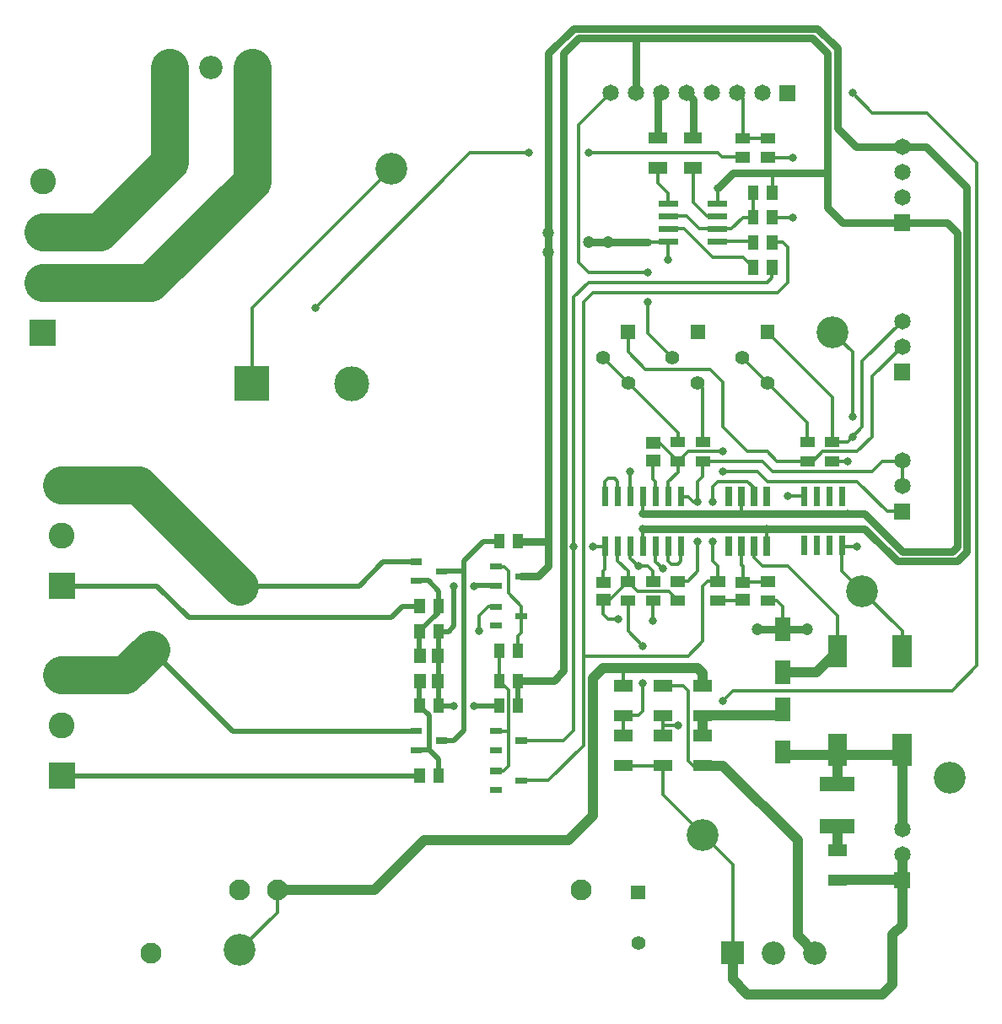
<source format=gbr>
G04 start of page 2 for group 0 idx 0 *
G04 Title: EW10A - linear power supply, top *
G04 Creator: pcb 1.99z *
G04 CreationDate: Mon 08 Sep 2014 07:20:40 PM GMT UTC *
G04 For: eelco *
G04 Format: Gerber/RS-274X *
G04 PCB-Dimensions (mil): 5511.81 5511.81 *
G04 PCB-Coordinate-Origin: lower left *
%MOIN*%
%FSLAX25Y25*%
%LNTOP*%
%ADD38C,0.0400*%
%ADD37C,0.0591*%
%ADD36C,0.1252*%
%ADD35C,0.0787*%
%ADD34C,0.1339*%
%ADD33C,0.0236*%
%ADD32C,0.0157*%
%ADD31C,0.0472*%
%ADD30C,0.0315*%
%ADD29R,0.0453X0.0453*%
%ADD28R,0.0413X0.0413*%
%ADD27R,0.0236X0.0236*%
%ADD26R,0.0748X0.0748*%
%ADD25R,0.0610X0.0610*%
%ADD24R,0.0571X0.0571*%
%ADD23C,0.0827*%
%ADD22C,0.0650*%
%ADD21C,0.1024*%
%ADD20C,0.1378*%
%ADD19C,0.0001*%
%ADD18C,0.1260*%
%ADD17C,0.0925*%
%ADD16C,0.0551*%
%ADD15C,0.0394*%
%ADD14C,0.0197*%
%ADD13C,0.1500*%
%ADD12C,0.0118*%
%ADD11C,0.0295*%
G54D11*X437008Y259843D02*X456693D01*
X458661Y261811D01*
X435039Y255906D02*X458661D01*
X462598Y259843D01*
G54D12*X413169Y262067D02*X413425Y261811D01*
G54D11*X437008Y259843D02*X422244Y274606D01*
X435039Y255906D02*X422244Y268701D01*
G54D12*X383484Y261909D02*Y268701D01*
X373484Y281398D02*Y274606D01*
X334646Y261909D02*Y268701D01*
G54D11*X422244D02*X334646D01*
X422244Y274606D02*X334646D01*
G54D12*Y281398D01*
X398169Y281555D02*X391732D01*
X339646Y255827D02*Y261909D01*
G54D13*X104921Y286102D02*X135079D01*
X175000Y246181D01*
X104921Y211102D02*X129921D01*
X140000Y221181D01*
G54D11*X462598Y259843D02*Y403543D01*
X446378Y419764D01*
X458661Y385827D02*X454724Y389764D01*
X458661Y261811D02*Y385827D01*
G54D12*X415354Y295276D02*X415157Y295472D01*
X409449D01*
X342520Y252953D02*X339646Y255827D01*
G54D11*X454724Y389764D02*X413386D01*
X303150Y212598D02*Y456693D01*
X297244D02*Y253937D01*
G54D12*X344587Y382264D02*Y374902D01*
G54D11*X312992Y381890D02*X336614D01*
G54D12*X344587Y382264D02*X344213Y381890D01*
X337106D01*
G54D11*X370079Y409449D02*X364075Y403445D01*
X370079Y409449D02*X407480D01*
X446358Y419783D02*X418799D01*
G54D12*X393701Y415354D02*X383858D01*
X364075Y403445D02*Y397264D01*
X385630Y401575D02*X385827Y401772D01*
Y409449D01*
G54D11*X413386Y389764D02*X407480Y395669D01*
G54D12*X385630Y391732D02*X393701D01*
G54D11*X407480Y395669D02*Y456693D01*
X401575Y462598D01*
X411417Y458661D02*X403543Y466535D01*
X418799Y419783D02*X411417Y427165D01*
Y458661D01*
X331732Y440945D02*Y462598D01*
X403543Y466535D02*X307087D01*
X401575Y462598D02*X309055D01*
X303150Y456693D01*
X307087Y466535D02*X297244Y456693D01*
G54D13*X147402Y413583D02*Y451181D01*
X180000Y406181D02*Y451181D01*
X147402Y413780D02*X119724Y386102D01*
X97421D01*
X180000Y406181D02*X139921Y366102D01*
X97421D01*
G54D12*X338583Y240354D02*Y232283D01*
G54D14*X285236Y198819D02*Y208661D01*
G54D11*X299409Y208858D02*X303150Y212598D01*
G54D12*X329646Y281398D02*Y291339D01*
X273425Y237992D02*X276476D01*
X269685Y234252D02*X273425Y237992D01*
X269685Y228346D02*Y234252D01*
G54D11*X297244Y253937D02*X293307Y250000D01*
X286516D01*
X297244Y263780D02*X285236D01*
X299409Y208858D02*X285236D01*
G54D12*X339646Y281398D02*Y287402D01*
X338583Y288465D01*
Y295768D01*
X344646Y281398D02*Y287402D01*
X348425Y291181D01*
X352461Y281398D02*X349646D01*
X348425Y291181D02*Y295472D01*
X348622Y295276D02*Y295472D01*
X348425D02*X341240Y302657D01*
X348622Y295472D02*X352362Y299213D01*
X324646Y281398D02*Y287402D01*
X323425Y288622D01*
X320866D01*
X319646Y281398D02*Y287402D01*
X320866Y288622D01*
X341240Y302657D02*X338583D01*
X318740Y336457D02*X348425Y306772D01*
Y302953D01*
X335630Y331693D02*X361220D01*
X328740Y346457D02*Y338583D01*
X335630Y331693D01*
X346299Y336457D02*X336614Y346142D01*
X311024Y358268D02*X314961Y362205D01*
X312992Y366142D02*X307087Y360236D01*
X312992Y366142D02*X383858D01*
X314961Y362205D02*X387795D01*
X336614Y346142D02*Y358268D01*
X266142Y417323D02*X289370D01*
X336614Y370079D02*X312992D01*
X309055Y374016D01*
X312992Y417323D02*X364173D01*
X322835Y439843D02*X321732Y440945D01*
X309055Y374016D02*Y428268D01*
X321732Y440945D01*
X205000Y356181D02*X266142Y417323D01*
X235000Y411181D02*X180000Y356181D01*
Y326181D01*
G54D15*X411417Y167815D02*Y179331D01*
X437008D02*X389764D01*
X437008Y149921D02*Y179331D01*
X395669Y145669D02*X366142Y175197D01*
G54D12*X370000Y136181D02*X342520Y163661D01*
Y175197D01*
X358268D02*X354331D01*
X352362Y177165D01*
G54D15*X370000Y101181D02*Y90630D01*
G54D12*Y101181D02*Y136181D01*
G54D15*Y90630D02*X375984Y84646D01*
X429134D01*
X433071Y88583D01*
Y108268D01*
X402598Y101181D02*X395669Y108110D01*
X411417Y141732D02*Y151083D01*
X433071Y108268D02*X437008Y112205D01*
Y139921D02*Y112205D01*
Y129921D02*X411417D01*
X395669Y108110D02*Y145669D01*
G54D12*X391732Y253937D02*X381890D01*
X413169Y252185D02*Y262067D01*
X413425Y261811D02*X419291D01*
X391732Y253937D02*X411417Y234252D01*
X383858Y240354D02*X387598D01*
X389764Y238189D01*
X437008Y295591D02*Y285591D01*
X385827Y291339D02*X425197D01*
X429134Y295276D01*
X437008D01*
X387598Y295472D02*X401772D01*
X383858Y287402D02*X419291D01*
X431102Y275591D01*
X437008Y220276D02*Y228346D01*
X413169Y252185D02*X437008Y228346D01*
X411417Y220276D02*Y234252D01*
X389764Y238189D02*Y228937D01*
X356299Y279528D02*Y287402D01*
X358268Y289370D01*
Y295472D01*
X352362Y299213D02*X366142D01*
X358268Y295472D02*X381693D01*
X385827Y291339D01*
X379921D02*X366142D01*
X375984Y299213D02*X383858D01*
X379921Y291339D02*X383858Y287402D01*
X356299Y279528D02*X354331D01*
X352461Y281398D01*
X356299Y326457D02*X358268Y324488D01*
Y302953D01*
X366142Y326772D02*Y309055D01*
X375984Y299213D01*
X373858Y336457D02*X399606Y310709D01*
Y302953D01*
X383858Y346457D02*X409449Y320866D01*
Y302953D01*
Y303150D02*X415354D01*
X417323Y338583D02*X409449Y346457D01*
X421260Y309055D02*Y334961D01*
X415354Y303150D02*X421260Y309055D01*
X419291Y299213D02*X425197Y305118D01*
Y328898D02*Y305118D01*
X417323Y312992D02*Y338583D01*
X421260Y334961D02*X437008Y350709D01*
X425197Y328898D02*X437008Y340709D01*
X383858Y299213D02*X387598Y295472D01*
X401772D02*X405512Y299213D01*
X419291D01*
X431102Y275591D02*X437008D01*
X466535Y214567D02*Y413386D01*
X446850Y433071D01*
X425197D01*
X417323Y440945D01*
X456693Y204724D02*X466535Y214567D01*
X370079Y204724D02*X456693D01*
G54D15*X403150Y212008D02*X411417Y220276D01*
X389764Y212008D02*X403150D01*
G54D11*X379921Y228937D02*X399606D01*
G54D12*X374016Y247835D02*Y253937D01*
X373484Y254469D01*
Y261909D01*
G54D15*X358268Y206693D02*Y211614D01*
G54D12*X352362Y204724D02*X350394Y206693D01*
X342520D01*
G54D15*X358268Y211614D02*X356299Y213583D01*
G54D12*X358268Y224409D02*X352362Y218504D01*
X374016Y247835D02*X383858D01*
X364173Y240354D02*X374016D01*
X362205Y263780D02*Y255906D01*
X364173Y253937D01*
Y247835D01*
X363976Y248031D01*
X360236D01*
X358268Y246063D01*
Y224409D01*
G54D15*Y187008D02*Y194882D01*
G54D12*X356299Y251969D02*Y263780D01*
X361220Y331693D02*X366142Y326772D01*
X362205Y279528D02*Y285433D01*
X364173Y287402D01*
X352362Y248031D02*X356299Y251969D01*
X348622Y248031D02*X352362D01*
X348425Y247835D02*X348622Y248031D01*
X349646Y261909D02*Y255906D01*
X348425Y254685D01*
X344646Y255906D02*X345866Y254685D01*
X348425D01*
X344685Y244094D02*X348425Y240354D01*
X381890Y253937D02*X378484Y257343D01*
Y261909D01*
X364173Y287402D02*X375984D01*
X378484Y284902D01*
Y281398D01*
X329646Y256969D02*Y261909D01*
X324646Y256063D02*Y261909D01*
X328740Y251969D02*X324646Y256063D01*
X332677Y253937D02*X329646Y256969D01*
X336614Y253937D02*X332677D01*
X338583Y251969D02*X336614Y253937D01*
X319646Y252717D02*Y261909D01*
X318898Y251969D02*X319646Y252717D01*
X318898Y247539D02*Y251969D01*
X314961Y261811D02*X319646D01*
X344646Y261909D02*X344488Y261752D01*
X344646Y261909D02*Y255906D01*
G54D14*X271654Y263780D02*X277756D01*
X263780Y255906D02*X271654Y263780D01*
X267913Y246260D02*X276476D01*
G54D12*X286516Y238189D02*X281496Y243209D01*
Y251969D01*
X279724Y253740D01*
X276476D01*
X338583Y247835D02*Y251969D01*
X328740Y247835D02*Y251969D01*
Y247835D02*X328543D01*
X328740D02*X332480Y244094D01*
X344685D01*
X328543Y247835D02*X321358Y240650D01*
X324803Y233169D02*X320866D01*
X318898Y235138D01*
Y240650D01*
X328740Y228346D02*Y240354D01*
X311024Y358268D02*Y183071D01*
X307087Y360236D02*Y188976D01*
X326772Y194882D02*X332677D01*
X334646Y196850D01*
Y207677D01*
Y222441D02*X328740Y228346D01*
X303150Y185039D02*X286516D01*
X326772Y187008D02*Y194882D01*
X342520Y187008D02*Y194882D01*
G54D15*X356299Y213583D02*X318898D01*
X314961Y209646D01*
G54D12*X326772Y206693D02*Y213583D01*
X342520Y190945D02*X348425D01*
X352362Y218504D02*X311024D01*
X326772Y175197D02*X343307D01*
G54D15*X366142D02*X358268D01*
Y194882D02*X389764D01*
G54D12*X366142Y200787D02*X370079Y204724D01*
X303150Y185039D02*X307087Y188976D01*
X352362Y177165D02*Y204724D01*
X286516Y227657D02*Y238189D01*
X285236Y226378D02*X286516Y227657D01*
X285236Y220472D02*Y226378D01*
X277756Y220472D02*Y208661D01*
G54D14*X259843Y230315D02*X257677Y228150D01*
X255020Y251969D02*X263780D01*
X259843Y246063D02*Y230315D01*
X267913Y246260D02*X267717Y246063D01*
X263780Y188976D02*Y255906D01*
X257677Y228150D02*X253740D01*
G54D12*X277756Y208661D02*X281496Y204921D01*
G54D14*X253740Y198819D02*Y228346D01*
X246260D02*Y218504D01*
Y198819D02*X250000Y195079D01*
X246260Y198819D02*Y208661D01*
X259843Y198819D02*X253740D01*
X259843Y185039D02*X263780Y188976D01*
X277756Y198819D02*X267717D01*
X277756D02*X277559Y199016D01*
G54D12*X276476Y188780D02*X281496D01*
X279331Y173031D02*X276476D01*
X281496Y175197D02*X279331Y173031D01*
X281496Y204921D02*Y175197D01*
G54D14*X255020Y185039D02*X259843D01*
X253740Y177559D02*Y171260D01*
X250000Y181299D02*X253740Y177559D01*
X250000Y181299D02*Y194980D01*
X244980Y181299D02*X250000D01*
G54D12*X297244Y169291D02*X311024Y183071D01*
G54D14*X253740Y235827D02*Y238189D01*
X246260Y228346D02*X253740Y235827D01*
X249803Y248228D02*X244980D01*
X253937Y244094D02*X249803Y248228D01*
X253937Y238189D02*Y244094D01*
X175000Y246181D02*X222559D01*
X222323D02*X231850Y255709D01*
X244980D01*
X246260Y238189D02*X239508D01*
X235000Y233681D01*
X155000D01*
X142579Y246102D01*
X104921D01*
G54D12*X286516Y169291D02*X297244D01*
X105000Y171181D02*X104921Y171102D01*
G54D14*X246260D01*
X187402Y188780D02*X244980D01*
X187598D02*X172402D01*
X140000Y221181D01*
G54D15*X190000Y126181D02*X228543D01*
X248031Y145669D01*
G54D12*X175197Y102362D02*X190000Y117165D01*
Y126181D01*
G54D15*X248031Y145669D02*X305118D01*
X314961Y155512D01*
Y209646D02*Y155512D01*
G54D12*X371732Y440945D02*X372047Y440630D01*
X383858Y423031D02*X374016D01*
Y438661D01*
X371890Y440787D01*
X356831Y387264D02*X351831Y392264D01*
X359705D02*X354331Y397638D01*
Y411417D01*
G54D11*Y423228D02*Y438346D01*
X351732Y440945D01*
G54D12*X344587Y397264D02*Y401476D01*
X340551Y405512D01*
Y411417D01*
G54D11*Y423228D02*Y439764D01*
X341732Y440945D01*
G54D12*X344587Y387264D02*X350925D01*
X364173Y417323D02*X365945Y415551D01*
X374016D01*
X369547Y387264D02*X356831D01*
X350925D02*X362205Y375984D01*
X351831Y392264D02*X344587D01*
X364075D02*X359705D01*
X383858Y366142D02*X385630Y367913D01*
Y372047D01*
X387795Y362205D02*X391732Y366142D01*
Y379921D01*
X389764Y381890D01*
X385630D01*
X364075Y382264D02*X378150D01*
Y391732D02*X374016D01*
X369547Y387264D01*
X378150Y401575D02*Y391732D01*
Y372047D02*X374213Y375984D01*
X362205D01*
G54D16*X143701Y421181D03*
G54D17*X147402Y451181D03*
G54D18*X235000Y411181D03*
G54D16*X183701Y421181D03*
G54D19*G36*
X175374Y455807D02*Y446555D01*
X184626D01*
Y455807D01*
X175374D01*
G37*
G54D17*X163701Y451181D03*
G54D19*G36*
X173110Y333071D02*Y319291D01*
X186890D01*
Y333071D01*
X173110D01*
G37*
G54D20*X219370Y326181D03*
G54D19*G36*
X92303Y351220D02*Y340984D01*
X102539D01*
Y351220D01*
X92303D01*
G37*
G54D21*X97421Y366102D03*
Y386102D03*
Y406102D03*
G54D22*X437008Y419764D03*
Y350709D03*
G54D18*X409449Y346457D03*
G54D19*G36*
X325984Y349213D02*Y343701D01*
X331496D01*
Y349213D01*
X325984D01*
G37*
G36*
X381102D02*Y343701D01*
X386614D01*
Y349213D01*
X381102D01*
G37*
G36*
X353543D02*Y343701D01*
X359055D01*
Y349213D01*
X353543D01*
G37*
G36*
X433758Y393014D02*Y386514D01*
X440258D01*
Y393014D01*
X433758D01*
G37*
G54D22*X437008Y399764D03*
Y409764D03*
G54D19*G36*
X388482Y444195D02*Y437695D01*
X394982D01*
Y444195D01*
X388482D01*
G37*
G54D22*X381732Y440945D03*
X371732D03*
X361732D03*
X351732D03*
X341732D03*
X331732D03*
X321732D03*
G54D19*G36*
X433758Y133171D02*Y126671D01*
X440258D01*
Y133171D01*
X433758D01*
G37*
G54D22*X437008Y139921D03*
Y149921D03*
G54D18*X455709Y170276D03*
G54D19*G36*
X365374Y105807D02*Y96555D01*
X374626D01*
Y105807D01*
X365374D01*
G37*
G54D23*X310000Y126181D03*
G54D19*G36*
X329921Y127772D02*Y122260D01*
X335433D01*
Y127772D01*
X329921D01*
G37*
G54D16*X332677Y105016D03*
G54D17*X386299Y101181D03*
X402598D03*
G54D18*X358268Y147638D03*
G54D19*G36*
X433758Y333959D02*Y327459D01*
X440258D01*
Y333959D01*
X433758D01*
G37*
G54D22*X437008Y340709D03*
G54D19*G36*
X433758Y278841D02*Y272341D01*
X440258D01*
Y278841D01*
X433758D01*
G37*
G54D22*X437008Y285591D03*
Y295591D03*
G54D18*X421260Y244094D03*
G54D16*X318740Y336457D03*
X328740Y326457D03*
X373858Y336457D03*
X383858Y326457D03*
X346299Y336457D03*
X356299Y326457D03*
G54D18*X175197Y102362D03*
G54D23*X140000Y101181D03*
X190000Y126181D03*
X175000D03*
X140000Y221181D03*
G54D19*G36*
X99803Y176220D02*Y165984D01*
X110039D01*
Y176220D01*
X99803D01*
G37*
G54D21*X104921Y191102D03*
Y211102D03*
G54D19*G36*
X99803Y251220D02*Y240984D01*
X110039D01*
Y251220D01*
X99803D01*
G37*
G54D21*X104921Y266102D03*
Y286102D03*
G54D23*X175000Y246181D03*
G54D24*X407382Y167815D02*X415453D01*
G54D25*X389764Y182087D02*Y178937D01*
G54D26*X437008Y183858D02*Y178740D01*
X411417Y183858D02*Y178740D01*
G54D25*X389764Y199016D02*Y195866D01*
G54D26*X437008Y222835D02*Y217717D01*
X411417Y222835D02*Y217717D01*
G54D25*X389764Y213583D02*Y210433D01*
G54D27*X344646Y284055D02*Y278740D01*
X339646Y284055D02*Y278740D01*
X334646Y284055D02*Y278740D01*
X329646Y284055D02*Y278740D01*
X324646Y284055D02*Y278740D01*
X319646Y284055D02*Y278740D01*
Y264567D02*Y259252D01*
X324646Y264567D02*Y259252D01*
X329646Y264567D02*Y259252D01*
G54D28*X327953Y240354D02*X329528D01*
G54D29*X325394Y206693D02*X328150D01*
X325394Y194882D02*X328150D01*
X325394Y187008D02*X328150D01*
X325394Y175197D02*X328150D01*
X318307Y247539D02*X319488D01*
X318307Y240650D02*X319488D01*
G54D27*X334646Y264567D02*Y259252D01*
X339646Y264567D02*Y259252D01*
X344646Y264567D02*Y259252D01*
G54D28*X327953Y247835D02*X329528D01*
X337795D02*X339370D01*
X337795Y240354D02*X339370D01*
G54D29*X341142Y206693D02*X343898D01*
X341142Y194882D02*X343898D01*
X341142Y187008D02*X343898D01*
X341142Y175197D02*X343898D01*
G54D28*X347638Y247835D02*X349213D01*
X363386D02*X364961D01*
X347638Y240354D02*X349213D01*
X363386D02*X364961D01*
G54D27*X349646Y264567D02*Y259252D01*
X368484Y264567D02*Y259252D01*
X373484Y264567D02*Y259252D01*
X378484Y264567D02*Y259252D01*
G54D29*X373425Y240650D02*X374606D01*
X373425Y247539D02*X374606D01*
G54D27*X349646Y284055D02*Y278740D01*
X378484Y284055D02*Y278740D01*
X373484Y284055D02*Y278740D01*
X368484Y284055D02*Y278740D01*
G54D28*X357480Y302953D02*X359055D01*
X357480Y295472D02*X359055D01*
X347638Y302953D02*X349213D01*
X347638Y295472D02*X349213D01*
G54D29*X337992Y295768D02*X339173D01*
X337992Y302657D02*X339173D01*
G54D25*X389764Y230512D02*Y227362D01*
G54D27*X413169Y284213D02*Y278898D01*
X408169Y284213D02*Y278898D01*
X403169Y284213D02*Y278898D01*
X398169Y284213D02*Y278898D01*
X383484Y284055D02*Y278740D01*
X398169Y264724D02*Y259409D01*
X403169Y264724D02*Y259409D01*
X408169Y264724D02*Y259409D01*
X413169Y264724D02*Y259409D01*
G54D28*X408661Y295472D02*X410236D01*
X408661Y302953D02*X410236D01*
X398819D02*X400394D01*
X398819Y295472D02*X400394D01*
G54D27*X383484Y264567D02*Y259252D01*
G54D28*X383071Y247835D02*X384646D01*
X383071Y240354D02*X384646D01*
G54D24*X407382Y151083D02*X415453D01*
G54D29*X410039Y141732D02*X412795D01*
X410039Y129921D02*X412795D01*
X356890Y206693D02*X359646D01*
X356890Y194882D02*X359646D01*
X356890Y187008D02*X359646D01*
X356890Y175197D02*X359646D01*
G54D28*X277756Y199606D02*Y198031D01*
X285236Y199606D02*Y198031D01*
G54D27*X275394Y188780D02*X277559D01*
X285433Y185039D02*X287598D01*
X275394Y181299D02*X277559D01*
X275394Y173031D02*X277559D01*
X275394Y165551D02*X277559D01*
X285433Y169291D02*X287598D01*
G54D28*X373228Y423031D02*X374803D01*
X373228Y415551D02*X374803D01*
X383071Y423031D02*X384646D01*
X383071Y415551D02*X384646D01*
G54D29*X352953Y411417D02*X355709D01*
X352953Y423228D02*X355709D01*
X339173D02*X341929D01*
G54D28*X385630Y402362D02*Y400787D01*
X378150Y402362D02*Y400787D01*
G54D29*X339173Y411417D02*X341929D01*
G54D27*Y397264D02*X347244D01*
X341929Y392264D02*X347244D01*
X341929Y387264D02*X347244D01*
X341929Y382264D02*X347244D01*
X361417D02*X366732D01*
X361417Y387264D02*X366732D01*
X361417Y392264D02*X366732D01*
X361417Y397264D02*X366732D01*
G54D28*X378150Y392520D02*Y390945D01*
X385630Y392520D02*Y390945D01*
X378150Y382677D02*Y381102D01*
X385630Y382677D02*Y381102D01*
Y372835D02*Y371260D01*
X378150Y372835D02*Y371260D01*
X285236Y209449D02*Y207874D01*
X277756Y209449D02*Y207874D01*
X285236Y221260D02*Y219685D01*
G54D27*X285433Y234252D02*X287598D01*
G54D28*X277756Y221260D02*Y219685D01*
Y264567D02*Y262992D01*
G54D27*X275394Y253740D02*X277559D01*
G54D28*X285236Y264567D02*Y262992D01*
G54D27*X285433Y250000D02*X287598D01*
X275394Y237992D02*X277559D01*
X275394Y230512D02*X277559D01*
X275394Y246260D02*X277559D01*
G54D28*X246260Y238976D02*Y237402D01*
X253740Y238976D02*Y237402D01*
G54D27*X243898Y255709D02*X246063D01*
X243898Y248228D02*X246063D01*
X253937Y251969D02*X256102D01*
G54D28*X246260Y172047D02*Y170472D01*
G54D27*X243898Y188780D02*X246063D01*
X243898Y181299D02*X246063D01*
G54D28*X253740Y172047D02*Y170472D01*
G54D27*X253937Y185039D02*X256102D01*
G54D29*X246555Y209252D02*Y208071D01*
X253445Y209252D02*Y208071D01*
G54D28*X246260Y199606D02*Y198031D01*
X253740Y199606D02*Y198031D01*
G54D29*X246555Y219094D02*Y217913D01*
X253445Y219094D02*Y217913D01*
G54D28*X246260Y229134D02*Y227559D01*
X253740Y229134D02*Y227559D01*
G54D30*X417323Y305118D03*
Y440945D03*
Y312992D03*
X364075Y403445D03*
X312992Y417323D03*
X393701Y391732D03*
Y415354D03*
X344587Y374902D03*
X336614Y358268D03*
Y370079D03*
X289370Y417323D03*
G54D31*X297244Y385827D03*
X312992Y381890D03*
X320866D03*
X297244Y377953D03*
G54D30*X356299Y279528D03*
X362205D03*
X366142Y291339D03*
Y299213D03*
X391732Y281555D03*
X332677Y253937D03*
X356299Y263780D03*
X362205D03*
X338583Y232283D03*
X324803Y233169D03*
X342520Y252953D03*
X419291Y261811D03*
X415354Y274606D03*
G54D31*X399606Y228937D03*
G54D30*X415354Y295276D03*
X383484Y268701D03*
X373484Y274606D03*
G54D31*X379921Y228937D03*
G54D30*X366142Y200787D03*
X334646Y222441D03*
X329646Y291339D03*
X334646Y274606D03*
Y268701D03*
X307087Y261811D03*
X314961D03*
X259843Y246063D03*
X267717D03*
Y198819D03*
X259843D03*
X269685Y228346D03*
X205000Y356181D03*
X348425Y190945D03*
X334646Y207677D03*
G54D32*G54D33*G54D32*G54D33*G54D32*G54D33*G54D32*G54D34*G54D30*G54D16*G54D35*G54D30*G54D16*G54D36*G54D23*G54D37*G54D34*G54D38*G54D35*G54D30*G54D38*G54D22*G54D38*G54D22*G54D38*G54D34*G54D38*G54D22*G54D35*G54D16*G54D31*G54D30*G54D16*G54D36*G54D35*G54D38*G54D22*G54D38*G54D22*G54D35*G54D30*G54D34*G54D35*G54D31*G54D37*G54D31*M02*

</source>
